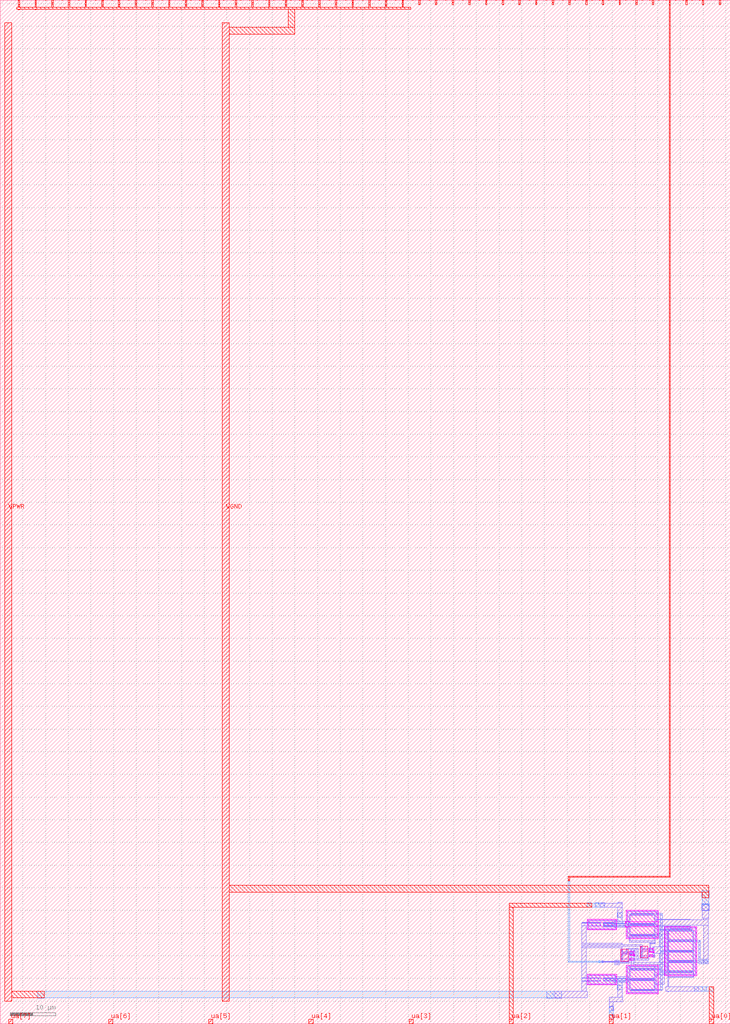
<source format=lef>
MACRO tt_um_brucemack_sb_mixer
  CLASS BLOCK ;
  FOREIGN tt_um_brucemack_sb_mixer ;
  ORIGIN 0.000 0.000 ;
  SIZE 161.000 BY 225.760 ;
  PIN clk
    DIRECTION INPUT ;
    USE SIGNAL ;
    PORT
      LAYER met4 ;
        RECT 154.870 224.760 155.170 225.760 ;
    END
  END clk
  PIN ena
    DIRECTION INPUT ;
    USE SIGNAL ;
    PORT
      LAYER met4 ;
        RECT 158.550 224.760 158.850 225.760 ;
    END
  END ena
  PIN rst_n
    DIRECTION INPUT ;
    USE SIGNAL ;
    PORT
      LAYER met4 ;
        RECT 151.190 224.760 151.490 225.760 ;
    END
  END rst_n
  PIN ua[0]
    DIRECTION INOUT ;
    USE SIGNAL ;
    ANTENNAGATEAREA 40.000000 ;
    PORT
      LAYER met4 ;
        RECT 156.410 0.000 157.310 1.000 ;
    END
  END ua[0]
  PIN ua[1]
    DIRECTION INOUT ;
    USE SIGNAL ;
    ANTENNADIFFAREA 1.450000 ;
    PORT
      LAYER met4 ;
        RECT 134.330 0.000 135.230 1.000 ;
    END
  END ua[1]
  PIN ua[2]
    DIRECTION INOUT ;
    USE SIGNAL ;
    ANTENNADIFFAREA 1.450000 ;
    PORT
      LAYER met4 ;
        RECT 112.250 0.000 113.150 1.000 ;
    END
  END ua[2]
  PIN ua[3]
    DIRECTION INOUT ;
    USE SIGNAL ;
    PORT
      LAYER met4 ;
        RECT 90.170 0.000 91.070 1.000 ;
    END
  END ua[3]
  PIN ua[4]
    DIRECTION INOUT ;
    USE SIGNAL ;
    PORT
      LAYER met4 ;
        RECT 68.090 0.000 68.990 1.000 ;
    END
  END ua[4]
  PIN ua[5]
    DIRECTION INOUT ;
    USE SIGNAL ;
    PORT
      LAYER met4 ;
        RECT 46.010 0.000 46.910 1.000 ;
    END
  END ua[5]
  PIN ua[6]
    DIRECTION INOUT ;
    USE SIGNAL ;
    PORT
      LAYER met4 ;
        RECT 23.930 0.000 24.830 1.000 ;
    END
  END ua[6]
  PIN ua[7]
    DIRECTION INOUT ;
    USE SIGNAL ;
    PORT
      LAYER met4 ;
        RECT 1.850 0.000 2.750 1.000 ;
    END
  END ua[7]
  PIN ui_in[0]
    DIRECTION INPUT ;
    USE SIGNAL ;
    ANTENNAGATEAREA 0.247500 ;
    PORT
      LAYER met4 ;
        RECT 147.510 224.760 147.810 225.760 ;
    END
  END ui_in[0]
  PIN ui_in[1]
    DIRECTION INPUT ;
    USE SIGNAL ;
    PORT
      LAYER met4 ;
        RECT 143.830 224.760 144.130 225.760 ;
    END
  END ui_in[1]
  PIN ui_in[2]
    DIRECTION INPUT ;
    USE SIGNAL ;
    PORT
      LAYER met4 ;
        RECT 140.150 224.760 140.450 225.760 ;
    END
  END ui_in[2]
  PIN ui_in[3]
    DIRECTION INPUT ;
    USE SIGNAL ;
    PORT
      LAYER met4 ;
        RECT 136.470 224.760 136.770 225.760 ;
    END
  END ui_in[3]
  PIN ui_in[4]
    DIRECTION INPUT ;
    USE SIGNAL ;
    PORT
      LAYER met4 ;
        RECT 132.790 224.760 133.090 225.760 ;
    END
  END ui_in[4]
  PIN ui_in[5]
    DIRECTION INPUT ;
    USE SIGNAL ;
    PORT
      LAYER met4 ;
        RECT 129.110 224.760 129.410 225.760 ;
    END
  END ui_in[5]
  PIN ui_in[6]
    DIRECTION INPUT ;
    USE SIGNAL ;
    PORT
      LAYER met4 ;
        RECT 125.430 224.760 125.730 225.760 ;
    END
  END ui_in[6]
  PIN ui_in[7]
    DIRECTION INPUT ;
    USE SIGNAL ;
    PORT
      LAYER met4 ;
        RECT 121.750 224.760 122.050 225.760 ;
    END
  END ui_in[7]
  PIN uio_in[0]
    DIRECTION INPUT ;
    USE SIGNAL ;
    PORT
      LAYER met4 ;
        RECT 118.070 224.760 118.370 225.760 ;
    END
  END uio_in[0]
  PIN uio_in[1]
    DIRECTION INPUT ;
    USE SIGNAL ;
    PORT
      LAYER met4 ;
        RECT 114.390 224.760 114.690 225.760 ;
    END
  END uio_in[1]
  PIN uio_in[2]
    DIRECTION INPUT ;
    USE SIGNAL ;
    PORT
      LAYER met4 ;
        RECT 110.710 224.760 111.010 225.760 ;
    END
  END uio_in[2]
  PIN uio_in[3]
    DIRECTION INPUT ;
    USE SIGNAL ;
    PORT
      LAYER met4 ;
        RECT 107.030 224.760 107.330 225.760 ;
    END
  END uio_in[3]
  PIN uio_in[4]
    DIRECTION INPUT ;
    USE SIGNAL ;
    PORT
      LAYER met4 ;
        RECT 103.350 224.760 103.650 225.760 ;
    END
  END uio_in[4]
  PIN uio_in[5]
    DIRECTION INPUT ;
    USE SIGNAL ;
    PORT
      LAYER met4 ;
        RECT 99.670 224.760 99.970 225.760 ;
    END
  END uio_in[5]
  PIN uio_in[6]
    DIRECTION INPUT ;
    USE SIGNAL ;
    PORT
      LAYER met4 ;
        RECT 95.990 224.760 96.290 225.760 ;
    END
  END uio_in[6]
  PIN uio_in[7]
    DIRECTION INPUT ;
    USE SIGNAL ;
    PORT
      LAYER met4 ;
        RECT 92.310 224.760 92.610 225.760 ;
    END
  END uio_in[7]
  PIN uio_oe[0]
    DIRECTION OUTPUT ;
    USE SIGNAL ;
    ANTENNADIFFAREA 22.813499 ;
    PORT
      LAYER met4 ;
        RECT 29.750 224.760 30.050 225.760 ;
    END
  END uio_oe[0]
  PIN uio_oe[1]
    DIRECTION OUTPUT ;
    USE SIGNAL ;
    ANTENNADIFFAREA 22.813499 ;
    PORT
      LAYER met4 ;
        RECT 26.070 224.760 26.370 225.760 ;
    END
  END uio_oe[1]
  PIN uio_oe[2]
    DIRECTION OUTPUT ;
    USE SIGNAL ;
    ANTENNADIFFAREA 22.813499 ;
    PORT
      LAYER met4 ;
        RECT 22.390 224.760 22.690 225.760 ;
    END
  END uio_oe[2]
  PIN uio_oe[3]
    DIRECTION OUTPUT ;
    USE SIGNAL ;
    ANTENNADIFFAREA 22.813499 ;
    PORT
      LAYER met4 ;
        RECT 18.710 224.760 19.010 225.760 ;
    END
  END uio_oe[3]
  PIN uio_oe[4]
    DIRECTION OUTPUT ;
    USE SIGNAL ;
    ANTENNADIFFAREA 22.813499 ;
    PORT
      LAYER met4 ;
        RECT 15.030 224.760 15.330 225.760 ;
    END
  END uio_oe[4]
  PIN uio_oe[5]
    DIRECTION OUTPUT ;
    USE SIGNAL ;
    ANTENNADIFFAREA 22.813499 ;
    PORT
      LAYER met4 ;
        RECT 11.350 224.760 11.650 225.760 ;
    END
  END uio_oe[5]
  PIN uio_oe[6]
    DIRECTION OUTPUT ;
    USE SIGNAL ;
    ANTENNADIFFAREA 22.813499 ;
    PORT
      LAYER met4 ;
        RECT 7.670 224.760 7.970 225.760 ;
    END
  END uio_oe[6]
  PIN uio_oe[7]
    DIRECTION OUTPUT ;
    USE SIGNAL ;
    ANTENNADIFFAREA 22.813499 ;
    PORT
      LAYER met4 ;
        RECT 3.990 224.760 4.290 225.760 ;
    END
  END uio_oe[7]
  PIN uio_out[0]
    DIRECTION OUTPUT ;
    USE SIGNAL ;
    ANTENNADIFFAREA 22.813499 ;
    PORT
      LAYER met4 ;
        RECT 59.190 224.760 59.490 225.760 ;
    END
  END uio_out[0]
  PIN uio_out[1]
    DIRECTION OUTPUT ;
    USE SIGNAL ;
    ANTENNADIFFAREA 22.813499 ;
    PORT
      LAYER met4 ;
        RECT 55.510 224.760 55.810 225.760 ;
    END
  END uio_out[1]
  PIN uio_out[2]
    DIRECTION OUTPUT ;
    USE SIGNAL ;
    ANTENNADIFFAREA 22.813499 ;
    PORT
      LAYER met4 ;
        RECT 51.830 224.760 52.130 225.760 ;
    END
  END uio_out[2]
  PIN uio_out[3]
    DIRECTION OUTPUT ;
    USE SIGNAL ;
    ANTENNADIFFAREA 22.813499 ;
    PORT
      LAYER met4 ;
        RECT 48.150 224.760 48.450 225.760 ;
    END
  END uio_out[3]
  PIN uio_out[4]
    DIRECTION OUTPUT ;
    USE SIGNAL ;
    ANTENNADIFFAREA 22.813499 ;
    PORT
      LAYER met4 ;
        RECT 44.470 224.760 44.770 225.760 ;
    END
  END uio_out[4]
  PIN uio_out[5]
    DIRECTION OUTPUT ;
    USE SIGNAL ;
    ANTENNADIFFAREA 22.813499 ;
    PORT
      LAYER met4 ;
        RECT 40.790 224.760 41.090 225.760 ;
    END
  END uio_out[5]
  PIN uio_out[6]
    DIRECTION OUTPUT ;
    USE SIGNAL ;
    ANTENNADIFFAREA 22.813499 ;
    PORT
      LAYER met4 ;
        RECT 37.110 224.760 37.410 225.760 ;
    END
  END uio_out[6]
  PIN uio_out[7]
    DIRECTION OUTPUT ;
    USE SIGNAL ;
    ANTENNADIFFAREA 22.813499 ;
    PORT
      LAYER met4 ;
        RECT 33.430 224.760 33.730 225.760 ;
    END
  END uio_out[7]
  PIN uo_out[0]
    DIRECTION OUTPUT ;
    USE SIGNAL ;
    ANTENNADIFFAREA 22.813499 ;
    PORT
      LAYER met4 ;
        RECT 88.630 224.760 88.930 225.760 ;
    END
  END uo_out[0]
  PIN uo_out[1]
    DIRECTION OUTPUT ;
    USE SIGNAL ;
    ANTENNADIFFAREA 22.813499 ;
    PORT
      LAYER met4 ;
        RECT 84.950 224.760 85.250 225.760 ;
    END
  END uo_out[1]
  PIN uo_out[2]
    DIRECTION OUTPUT ;
    USE SIGNAL ;
    ANTENNADIFFAREA 22.813499 ;
    PORT
      LAYER met4 ;
        RECT 81.270 224.760 81.570 225.760 ;
    END
  END uo_out[2]
  PIN uo_out[3]
    DIRECTION OUTPUT ;
    USE SIGNAL ;
    ANTENNADIFFAREA 22.813499 ;
    PORT
      LAYER met4 ;
        RECT 77.590 224.760 77.890 225.760 ;
    END
  END uo_out[3]
  PIN uo_out[4]
    DIRECTION OUTPUT ;
    USE SIGNAL ;
    ANTENNADIFFAREA 22.813499 ;
    PORT
      LAYER met4 ;
        RECT 73.910 224.760 74.210 225.760 ;
    END
  END uo_out[4]
  PIN uo_out[5]
    DIRECTION OUTPUT ;
    USE SIGNAL ;
    ANTENNADIFFAREA 22.813499 ;
    PORT
      LAYER met4 ;
        RECT 70.230 224.760 70.530 225.760 ;
    END
  END uo_out[5]
  PIN uo_out[6]
    DIRECTION OUTPUT ;
    USE SIGNAL ;
    ANTENNADIFFAREA 22.813499 ;
    PORT
      LAYER met4 ;
        RECT 66.550 224.760 66.850 225.760 ;
    END
  END uo_out[6]
  PIN uo_out[7]
    DIRECTION OUTPUT ;
    USE SIGNAL ;
    ANTENNADIFFAREA 22.813499 ;
    PORT
      LAYER met4 ;
        RECT 62.870 224.760 63.170 225.760 ;
    END
  END uo_out[7]
  PIN VPWR
    DIRECTION INOUT ;
    USE POWER ;
    PORT
      LAYER met4 ;
        RECT 1.000 5.000 2.500 220.760 ;
    END
  END VPWR
  PIN VGND
    DIRECTION INOUT ;
    USE GROUND ;
    PORT
      LAYER met4 ;
        RECT 49.000 5.000 50.500 220.760 ;
    END
  END VGND
  OBS
      LAYER pwell ;
        RECT 129.470 20.700 135.980 23.050 ;
        RECT 138.050 22.480 145.150 25.000 ;
        RECT 137.790 21.380 145.150 22.480 ;
        RECT 137.800 21.360 145.150 21.380 ;
        RECT 138.050 18.750 145.150 21.360 ;
      LAYER nwell ;
        RECT 136.890 13.830 138.495 16.430 ;
      LAYER pwell ;
        RECT 138.785 15.175 139.695 16.000 ;
        RECT 138.785 15.070 139.885 15.175 ;
        RECT 139.715 15.005 139.885 15.070 ;
      LAYER nwell ;
        RECT 141.190 14.530 142.795 17.130 ;
      LAYER pwell ;
        RECT 143.085 15.875 143.995 16.700 ;
        RECT 143.085 15.770 144.185 15.875 ;
        RECT 144.015 15.705 144.185 15.770 ;
        RECT 143.125 14.735 143.910 15.165 ;
        RECT 138.825 14.035 139.610 14.465 ;
        RECT 129.470 8.570 135.980 10.920 ;
        RECT 138.050 6.620 145.150 12.870 ;
        RECT 146.500 10.610 153.600 21.440 ;
      LAYER li1 ;
        RECT 138.230 24.650 144.970 24.820 ;
        RECT 129.650 22.700 135.800 22.870 ;
        RECT 129.650 21.050 129.820 22.700 ;
        RECT 135.630 22.310 135.800 22.700 ;
        RECT 138.230 22.590 138.400 24.650 ;
        RECT 139.080 24.080 144.120 24.250 ;
        RECT 130.300 21.530 132.460 22.220 ;
        RECT 132.990 21.530 135.150 22.220 ;
        RECT 135.530 21.400 135.880 22.310 ;
        RECT 135.630 21.050 135.800 21.400 ;
        RECT 138.200 21.380 138.470 22.590 ;
        RECT 138.740 22.020 138.910 24.020 ;
        RECT 144.290 22.020 144.460 24.020 ;
        RECT 144.800 22.950 144.970 24.650 ;
        RECT 139.080 21.790 144.120 21.960 ;
        RECT 129.650 20.880 135.800 21.050 ;
        RECT 138.230 19.100 138.400 21.380 ;
        RECT 138.740 19.730 138.910 21.730 ;
        RECT 144.290 19.730 144.460 21.730 ;
        RECT 144.730 21.600 145.060 22.950 ;
        RECT 139.080 19.500 144.120 19.670 ;
        RECT 144.800 19.100 144.970 21.600 ;
        RECT 148.210 21.260 151.970 21.350 ;
        RECT 138.230 18.930 144.970 19.100 ;
        RECT 146.680 21.090 153.420 21.260 ;
        RECT 136.995 15.410 137.165 16.240 ;
        RECT 137.335 15.680 139.545 15.910 ;
        RECT 137.335 15.580 138.315 15.680 ;
        RECT 138.915 15.580 139.545 15.680 ;
        RECT 136.995 15.200 138.305 15.410 ;
        RECT 136.995 14.860 137.165 15.200 ;
        RECT 138.485 15.180 138.725 15.510 ;
        RECT 139.715 15.410 139.885 16.240 ;
        RECT 141.295 16.110 141.465 16.940 ;
        RECT 141.635 16.380 143.845 16.610 ;
        RECT 141.635 16.280 142.615 16.380 ;
        RECT 143.215 16.280 143.845 16.380 ;
        RECT 141.295 15.900 142.605 16.110 ;
        RECT 141.295 15.560 141.465 15.900 ;
        RECT 142.785 15.880 143.025 16.210 ;
        RECT 144.015 16.110 144.185 16.940 ;
        RECT 143.195 15.880 144.185 16.110 ;
        RECT 144.015 15.560 144.185 15.880 ;
        RECT 138.895 15.180 139.885 15.410 ;
        RECT 139.715 14.860 139.885 15.180 ;
        RECT 141.295 15.095 141.465 15.180 ;
        RECT 144.015 15.095 144.185 15.180 ;
        RECT 141.295 14.805 142.630 15.095 ;
        RECT 143.290 14.805 144.185 15.095 ;
        RECT 141.295 14.720 141.465 14.805 ;
        RECT 144.015 14.720 144.185 14.805 ;
        RECT 136.995 14.395 137.165 14.480 ;
        RECT 139.715 14.395 139.885 14.480 ;
        RECT 136.995 14.105 138.330 14.395 ;
        RECT 138.990 14.105 139.885 14.395 ;
        RECT 136.995 14.020 137.165 14.105 ;
        RECT 139.715 14.020 139.885 14.105 ;
        RECT 138.230 12.520 144.970 12.690 ;
        RECT 129.650 10.570 135.800 10.740 ;
        RECT 129.650 8.920 129.820 10.570 ;
        RECT 130.300 9.400 132.460 10.090 ;
        RECT 132.990 9.400 135.150 10.090 ;
        RECT 135.630 8.920 135.800 10.570 ;
        RECT 129.650 8.750 135.800 8.920 ;
        RECT 138.230 10.260 138.400 12.520 ;
        RECT 139.080 11.950 144.120 12.120 ;
        RECT 138.230 9.230 138.410 10.260 ;
        RECT 138.740 9.890 138.910 11.890 ;
        RECT 144.290 9.890 144.460 11.890 ;
        RECT 144.800 10.640 144.970 12.520 ;
        RECT 146.680 10.960 146.850 21.090 ;
        RECT 148.210 21.010 151.970 21.090 ;
        RECT 147.530 20.520 152.570 20.690 ;
        RECT 147.190 18.460 147.360 20.460 ;
        RECT 152.740 18.460 152.910 20.460 ;
        RECT 147.530 18.230 152.570 18.400 ;
        RECT 147.190 16.170 147.360 18.170 ;
        RECT 152.740 16.170 152.910 18.170 ;
        RECT 147.530 15.940 152.570 16.110 ;
        RECT 147.190 13.880 147.360 15.880 ;
        RECT 152.740 13.880 152.910 15.880 ;
        RECT 147.530 13.650 152.570 13.820 ;
        RECT 147.190 11.590 147.360 13.590 ;
        RECT 152.740 11.590 152.910 13.590 ;
        RECT 147.530 11.360 152.570 11.530 ;
        RECT 153.250 10.960 153.420 21.090 ;
        RECT 146.680 10.790 153.420 10.960 ;
        RECT 139.080 9.660 144.120 9.830 ;
        RECT 138.230 6.970 138.400 9.230 ;
        RECT 138.740 7.600 138.910 9.600 ;
        RECT 144.290 7.600 144.460 9.600 ;
        RECT 144.700 8.910 145.120 10.640 ;
        RECT 139.080 7.370 144.120 7.540 ;
        RECT 144.800 6.970 144.970 8.910 ;
        RECT 138.230 6.800 144.970 6.970 ;
      LAYER met1 ;
        RECT 132.400 26.630 133.300 26.660 ;
        RECT 136.160 26.630 137.160 26.840 ;
        RECT 132.400 25.730 137.190 26.630 ;
        RECT 132.400 25.700 133.300 25.730 ;
        RECT 136.160 23.500 137.160 25.730 ;
        RECT 154.760 24.990 156.320 26.490 ;
        RECT 139.130 24.280 144.070 24.400 ;
        RECT 139.100 24.050 144.100 24.280 ;
        RECT 128.330 22.240 132.410 22.380 ;
        RECT 128.270 22.170 132.410 22.240 ;
        RECT 133.030 22.170 135.190 22.340 ;
        RECT 128.270 21.600 132.435 22.170 ;
        RECT 128.270 17.750 129.270 21.600 ;
        RECT 130.330 21.580 132.435 21.600 ;
        RECT 133.015 21.580 135.190 22.170 ;
        RECT 133.030 21.390 135.190 21.580 ;
        RECT 135.450 21.290 138.570 22.660 ;
        RECT 138.710 22.040 138.940 24.000 ;
        RECT 139.130 23.940 144.070 24.050 ;
        RECT 138.720 21.710 138.940 22.040 ;
        RECT 139.150 21.990 144.040 22.150 ;
        RECT 144.260 22.040 144.490 24.000 ;
        RECT 154.790 23.230 156.290 24.990 ;
        RECT 139.100 21.760 144.100 21.990 ;
        RECT 138.710 19.750 138.940 21.710 ;
        RECT 139.150 21.610 144.040 21.760 ;
        RECT 144.270 21.710 144.490 22.040 ;
        RECT 138.720 18.320 138.940 19.750 ;
        RECT 139.150 19.700 144.060 19.780 ;
        RECT 144.260 19.750 144.490 21.710 ;
        RECT 144.700 22.940 152.230 23.010 ;
        RECT 155.120 22.940 156.120 23.230 ;
        RECT 144.700 21.740 156.120 22.940 ;
        RECT 144.700 21.530 152.230 21.740 ;
        RECT 139.100 19.470 144.100 19.700 ;
        RECT 139.150 19.330 144.060 19.470 ;
        RECT 144.270 18.320 144.490 19.750 ;
        RECT 138.720 18.020 144.490 18.320 ;
        RECT 128.270 17.470 137.190 17.750 ;
        RECT 143.210 17.700 144.490 18.020 ;
        RECT 143.210 17.690 144.470 17.700 ;
        RECT 143.210 17.670 143.530 17.690 ;
        RECT 128.270 17.110 141.600 17.470 ;
        RECT 128.270 16.750 137.190 17.110 ;
        RECT 141.220 17.100 141.600 17.110 ;
        RECT 141.270 16.940 141.510 17.100 ;
        RECT 128.270 10.130 129.270 16.750 ;
        RECT 136.990 16.380 137.170 16.750 ;
        RECT 138.020 16.690 138.280 16.700 ;
        RECT 138.020 16.465 140.745 16.690 ;
        RECT 136.980 16.240 137.180 16.380 ;
        RECT 136.840 14.860 137.320 16.240 ;
        RECT 138.020 15.590 138.280 16.465 ;
        RECT 136.990 14.480 137.170 14.860 ;
        RECT 132.700 13.810 133.000 13.840 ;
        RECT 135.550 13.810 136.550 14.040 ;
        RECT 136.840 14.020 137.320 14.480 ;
        RECT 132.700 13.680 136.550 13.810 ;
        RECT 138.470 13.680 138.760 15.540 ;
        RECT 132.700 13.510 138.760 13.680 ;
        RECT 132.700 13.480 133.000 13.510 ;
        RECT 135.550 13.390 138.760 13.510 ;
        RECT 135.550 13.040 136.550 13.390 ;
        RECT 139.055 12.920 139.280 16.465 ;
        RECT 139.560 14.860 140.040 16.240 ;
        RECT 139.640 14.480 139.960 14.860 ;
        RECT 139.560 14.020 140.040 14.480 ;
        RECT 140.415 14.285 140.745 16.465 ;
        RECT 141.140 15.560 141.620 16.940 ;
        RECT 143.240 16.270 143.480 17.670 ;
        RECT 145.305 16.940 146.390 21.530 ;
        RECT 147.750 20.950 152.230 21.530 ;
        RECT 147.570 20.720 152.480 20.810 ;
        RECT 147.550 20.490 152.550 20.720 ;
        RECT 147.160 18.480 147.390 20.440 ;
        RECT 147.570 20.430 152.480 20.490 ;
        RECT 147.180 18.150 147.390 18.480 ;
        RECT 147.630 18.430 152.490 18.550 ;
        RECT 152.710 18.480 152.940 20.440 ;
        RECT 147.550 18.200 152.550 18.430 ;
        RECT 141.270 15.180 141.510 15.560 ;
        RECT 141.140 14.720 141.620 15.180 ;
        RECT 142.770 14.285 143.070 16.250 ;
        RECT 143.860 15.560 146.390 16.940 ;
        RECT 147.160 16.190 147.390 18.150 ;
        RECT 147.630 18.050 152.490 18.200 ;
        RECT 152.790 18.150 152.930 18.480 ;
        RECT 147.180 15.860 147.390 16.190 ;
        RECT 147.560 16.140 152.560 16.240 ;
        RECT 152.710 16.190 152.940 18.150 ;
        RECT 147.550 15.910 152.560 16.140 ;
        RECT 143.860 14.720 144.340 15.560 ;
        RECT 139.640 13.580 139.960 14.020 ;
        RECT 140.415 13.955 143.070 14.285 ;
        RECT 139.640 13.570 139.970 13.580 ;
        RECT 145.305 13.570 146.390 15.560 ;
        RECT 147.160 13.900 147.390 15.860 ;
        RECT 147.560 15.780 152.560 15.910 ;
        RECT 152.790 15.860 152.930 16.190 ;
        RECT 147.180 13.570 147.390 13.900 ;
        RECT 147.590 13.850 152.510 14.000 ;
        RECT 152.710 13.900 152.940 15.860 ;
        RECT 147.550 13.620 152.550 13.850 ;
        RECT 139.640 13.160 146.390 13.570 ;
        RECT 139.640 13.150 139.960 13.160 ;
        RECT 144.250 12.920 144.480 12.940 ;
        RECT 138.690 12.685 144.480 12.920 ;
        RECT 128.270 10.040 132.380 10.130 ;
        RECT 128.270 9.450 132.435 10.040 ;
        RECT 128.270 9.350 132.380 9.450 ;
        RECT 133.010 9.350 135.150 10.120 ;
        RECT 122.290 7.190 123.790 7.220 ;
        RECT 128.270 7.190 129.270 9.350 ;
        RECT 135.550 9.180 138.490 10.350 ;
        RECT 122.290 5.690 129.450 7.190 ;
        RECT 136.160 5.790 137.160 8.490 ;
        RECT 138.690 7.620 138.950 12.685 ;
        RECT 139.160 12.150 144.040 12.240 ;
        RECT 139.100 11.920 144.100 12.150 ;
        RECT 139.160 11.840 144.040 11.920 ;
        RECT 144.250 11.870 144.480 12.685 ;
        RECT 139.190 9.860 144.030 9.980 ;
        RECT 144.250 9.910 144.490 11.870 ;
        RECT 145.305 10.830 146.390 13.160 ;
        RECT 147.160 11.610 147.390 13.570 ;
        RECT 147.590 13.500 152.510 13.620 ;
        RECT 152.790 13.570 152.930 13.900 ;
        RECT 139.100 9.630 144.100 9.860 ;
        RECT 139.190 9.470 144.030 9.630 ;
        RECT 144.250 9.580 144.480 9.910 ;
        RECT 139.110 7.570 144.050 7.640 ;
        RECT 144.250 7.630 144.490 9.580 ;
        RECT 144.660 8.760 146.410 10.830 ;
        RECT 147.180 10.400 147.390 11.610 ;
        RECT 147.560 11.560 152.560 11.700 ;
        RECT 152.710 11.610 152.940 13.570 ;
        RECT 155.120 13.210 156.120 21.740 ;
        RECT 147.550 11.330 152.560 11.560 ;
        RECT 147.560 11.240 152.560 11.330 ;
        RECT 152.790 10.400 152.930 11.610 ;
        RECT 147.180 10.260 152.930 10.400 ;
        RECT 145.305 8.740 146.390 8.760 ;
        RECT 147.180 8.150 147.390 10.260 ;
        RECT 146.840 8.120 147.840 8.150 ;
        RECT 153.040 8.120 153.940 8.150 ;
        RECT 144.260 7.620 144.490 7.630 ;
        RECT 139.100 7.340 144.100 7.570 ;
        RECT 139.110 7.260 144.050 7.340 ;
        RECT 146.810 7.220 153.940 8.120 ;
        RECT 146.840 7.150 147.840 7.220 ;
        RECT 153.040 7.190 153.940 7.220 ;
        RECT 147.180 7.100 147.390 7.150 ;
        RECT 122.290 5.660 123.790 5.690 ;
        RECT 134.330 4.890 137.240 5.790 ;
        RECT 134.330 3.800 135.230 4.890 ;
        RECT 136.160 4.830 137.160 4.890 ;
        RECT 134.300 2.900 135.260 3.800 ;
      LAYER met2 ;
        RECT 154.790 27.755 156.290 27.780 ;
        RECT 131.265 26.630 132.115 26.650 ;
        RECT 131.240 25.730 133.330 26.630 ;
        RECT 154.770 26.305 156.310 27.755 ;
        RECT 131.265 25.710 132.115 25.730 ;
        RECT 154.790 24.960 156.290 26.305 ;
        RECT 136.130 23.530 137.190 24.530 ;
        RECT 144.000 24.350 145.840 24.360 ;
        RECT 139.080 24.050 146.040 24.350 ;
        RECT 139.080 23.990 144.120 24.050 ;
        RECT 132.980 22.220 135.240 22.290 ;
        RECT 136.160 22.220 137.160 23.530 ;
        RECT 132.980 22.000 137.900 22.220 ;
        RECT 139.100 22.000 144.090 22.100 ;
        RECT 132.980 21.720 144.090 22.000 ;
        RECT 132.980 21.510 137.900 21.720 ;
        RECT 139.100 21.660 144.090 21.720 ;
        RECT 132.980 21.440 135.240 21.510 ;
        RECT 145.530 20.790 146.040 24.050 ;
        RECT 145.530 20.760 147.920 20.790 ;
        RECT 145.530 20.510 152.530 20.760 ;
        RECT 139.100 19.720 144.110 19.730 ;
        RECT 145.530 19.720 146.040 20.510 ;
        RECT 147.520 20.480 152.530 20.510 ;
        RECT 139.100 19.410 146.040 19.720 ;
        RECT 139.100 19.380 144.110 19.410 ;
        RECT 145.530 16.120 146.040 19.410 ;
        RECT 147.580 18.410 152.540 18.500 ;
        RECT 147.580 18.140 154.360 18.410 ;
        RECT 147.580 18.100 152.540 18.140 ;
        RECT 147.510 16.120 152.610 16.190 ;
        RECT 145.530 15.840 152.610 16.120 ;
        RECT 131.980 13.810 132.260 13.845 ;
        RECT 131.970 13.510 133.030 13.810 ;
        RECT 131.980 13.475 132.260 13.510 ;
        RECT 139.110 12.150 144.090 12.190 ;
        RECT 145.530 12.150 146.040 15.840 ;
        RECT 147.510 15.830 152.610 15.840 ;
        RECT 154.090 14.240 154.360 18.140 ;
        RECT 147.540 13.880 152.560 13.950 ;
        RECT 154.000 13.880 156.150 14.240 ;
        RECT 147.540 13.610 156.150 13.880 ;
        RECT 147.540 13.550 152.560 13.610 ;
        RECT 154.000 13.240 156.150 13.610 ;
        RECT 139.110 11.950 146.040 12.150 ;
        RECT 139.110 11.890 144.090 11.950 ;
        RECT 145.530 11.550 146.040 11.950 ;
        RECT 147.510 11.550 152.610 11.650 ;
        RECT 145.530 11.290 152.610 11.550 ;
        RECT 145.530 11.270 147.920 11.290 ;
        RECT 135.050 10.070 137.870 10.080 ;
        RECT 132.960 9.940 137.870 10.070 ;
        RECT 132.960 9.930 139.200 9.940 ;
        RECT 132.960 9.540 144.080 9.930 ;
        RECT 132.960 9.400 137.870 9.540 ;
        RECT 139.140 9.520 144.080 9.540 ;
        RECT 136.160 8.460 137.160 9.400 ;
        RECT 136.130 7.460 137.190 8.460 ;
        RECT 139.060 7.540 144.100 7.590 ;
        RECT 145.530 7.540 146.040 11.270 ;
        RECT 154.805 8.120 155.655 8.140 ;
        RECT 139.060 7.360 146.040 7.540 ;
        RECT 139.060 7.340 145.810 7.360 ;
        RECT 139.060 7.310 144.100 7.340 ;
        RECT 153.010 7.220 155.680 8.120 ;
        RECT 120.505 7.190 121.955 7.210 ;
        RECT 154.805 7.200 155.655 7.220 ;
        RECT 120.480 5.690 123.820 7.190 ;
        RECT 120.505 5.670 121.955 5.690 ;
        RECT 134.330 2.855 135.230 3.830 ;
        RECT 134.310 2.005 135.250 2.855 ;
        RECT 134.330 1.980 135.230 2.005 ;
      LAYER met3 ;
        RECT 125.220 31.570 125.600 31.890 ;
        RECT 125.260 13.810 125.560 31.570 ;
        RECT 154.790 29.305 156.290 29.310 ;
        RECT 154.765 27.815 156.315 29.305 ;
        RECT 129.505 26.630 130.395 26.655 ;
        RECT 129.500 25.730 132.140 26.630 ;
        RECT 154.790 26.280 156.290 27.815 ;
        RECT 129.505 25.705 130.395 25.730 ;
        RECT 131.955 13.810 132.285 13.825 ;
        RECT 125.260 13.510 132.285 13.810 ;
        RECT 131.955 13.495 132.285 13.510 ;
        RECT 156.415 8.120 157.305 8.145 ;
        RECT 154.780 7.220 157.310 8.120 ;
        RECT 8.225 7.190 9.715 7.215 ;
        RECT 156.415 7.195 157.305 7.220 ;
        RECT 8.220 5.690 121.980 7.190 ;
        RECT 8.225 5.665 9.715 5.690 ;
        RECT 134.330 1.925 135.230 2.880 ;
        RECT 134.305 1.035 135.255 1.925 ;
        RECT 134.330 1.030 135.230 1.035 ;
      LAYER met4 ;
        RECT 3.990 224.150 4.290 224.760 ;
        RECT 7.670 224.150 7.970 224.760 ;
        RECT 11.350 224.150 11.650 224.760 ;
        RECT 15.030 224.150 15.330 224.760 ;
        RECT 18.710 224.150 19.010 224.760 ;
        RECT 22.390 224.150 22.690 224.760 ;
        RECT 26.070 224.150 26.370 224.760 ;
        RECT 29.750 224.150 30.050 224.760 ;
        RECT 33.430 224.150 33.730 224.760 ;
        RECT 37.110 224.150 37.410 224.760 ;
        RECT 40.790 224.150 41.090 224.760 ;
        RECT 44.470 224.150 44.770 224.760 ;
        RECT 48.150 224.150 48.450 224.760 ;
        RECT 51.830 224.150 52.130 224.760 ;
        RECT 55.510 224.150 55.810 224.760 ;
        RECT 59.190 224.150 59.490 224.760 ;
        RECT 62.870 224.150 63.170 224.760 ;
        RECT 66.550 224.150 66.850 224.760 ;
        RECT 70.230 224.150 70.530 224.760 ;
        RECT 73.910 224.150 74.210 224.760 ;
        RECT 77.590 224.150 77.890 224.760 ;
        RECT 81.270 224.150 81.570 224.760 ;
        RECT 84.950 224.150 85.250 224.760 ;
        RECT 88.630 224.150 88.930 224.760 ;
        RECT 3.585 223.700 90.530 224.150 ;
        RECT 3.990 223.680 4.290 223.700 ;
        RECT 7.670 223.670 7.970 223.700 ;
        RECT 63.500 219.770 65.000 223.700 ;
        RECT 50.500 218.270 65.000 219.770 ;
        RECT 147.510 32.570 147.810 224.760 ;
        RECT 125.250 32.270 147.810 32.570 ;
        RECT 125.260 31.895 125.560 32.270 ;
        RECT 125.245 31.565 125.575 31.895 ;
        RECT 50.500 29.030 156.290 30.530 ;
        RECT 154.790 27.810 156.290 29.030 ;
        RECT 112.250 25.730 130.400 26.630 ;
        RECT 2.500 5.690 9.720 7.190 ;
        RECT 112.250 1.000 113.150 25.730 ;
        RECT 134.330 1.000 135.230 1.930 ;
        RECT 156.410 1.000 157.310 8.120 ;
  END
END tt_um_brucemack_sb_mixer
END LIBRARY


</source>
